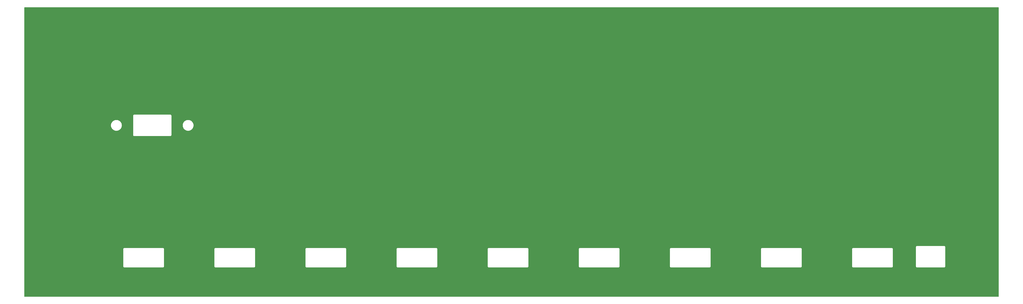
<source format=gbr>
%TF.GenerationSoftware,KiCad,Pcbnew,(6.0.5)*%
%TF.CreationDate,2022-12-19T16:21:13-07:00*%
%TF.ProjectId,Back_panel,4261636b-5f70-4616-9e65-6c2e6b696361,rev?*%
%TF.SameCoordinates,Original*%
%TF.FileFunction,Copper,L1,Top*%
%TF.FilePolarity,Positive*%
%FSLAX46Y46*%
G04 Gerber Fmt 4.6, Leading zero omitted, Abs format (unit mm)*
G04 Created by KiCad (PCBNEW (6.0.5)) date 2022-12-19 16:21:13*
%MOMM*%
%LPD*%
G01*
G04 APERTURE LIST*
G04 APERTURE END LIST*
%TA.AperFunction,NonConductor*%
G36*
X407933621Y121771498D02*
G01*
X407980114Y121717842D01*
X407991500Y121665500D01*
X407991500Y634500D01*
X407971498Y566379D01*
X407917842Y519886D01*
X407865500Y508500D01*
X634500Y508500D01*
X566379Y528502D01*
X519886Y582158D01*
X508500Y634500D01*
X508500Y13230279D01*
X41881024Y13230279D01*
X41883491Y13221648D01*
X41889150Y13201847D01*
X41892728Y13185085D01*
X41896920Y13155813D01*
X41900634Y13147645D01*
X41900634Y13147644D01*
X41907548Y13132438D01*
X41913996Y13114914D01*
X41921051Y13090229D01*
X41925843Y13082635D01*
X41925844Y13082632D01*
X41936830Y13065220D01*
X41944969Y13050137D01*
X41957208Y13023218D01*
X41963069Y13016416D01*
X41973970Y13003765D01*
X41985073Y12988761D01*
X41998776Y12967042D01*
X42005501Y12961103D01*
X42005504Y12961099D01*
X42020938Y12947468D01*
X42032982Y12935276D01*
X42046427Y12919673D01*
X42046430Y12919671D01*
X42052287Y12912873D01*
X42059816Y12907993D01*
X42059817Y12907992D01*
X42073835Y12898906D01*
X42088709Y12887615D01*
X42101217Y12876569D01*
X42107951Y12870622D01*
X42134711Y12858058D01*
X42149691Y12849737D01*
X42166983Y12838529D01*
X42166988Y12838527D01*
X42174515Y12833648D01*
X42183108Y12831078D01*
X42183113Y12831076D01*
X42199120Y12826289D01*
X42216564Y12819628D01*
X42231676Y12812533D01*
X42231678Y12812532D01*
X42239800Y12808719D01*
X42248667Y12807338D01*
X42248668Y12807338D01*
X42251353Y12806920D01*
X42269017Y12804170D01*
X42285732Y12800387D01*
X42305466Y12794485D01*
X42305472Y12794484D01*
X42314066Y12791914D01*
X42323037Y12791859D01*
X42323038Y12791859D01*
X42333097Y12791798D01*
X42348506Y12791704D01*
X42349289Y12791671D01*
X42350386Y12791500D01*
X42381377Y12791500D01*
X42382147Y12791498D01*
X42455785Y12791048D01*
X42455786Y12791048D01*
X42459721Y12791024D01*
X42461065Y12791408D01*
X42462410Y12791500D01*
X58381377Y12791500D01*
X58382148Y12791498D01*
X58459721Y12791024D01*
X58488152Y12799150D01*
X58504915Y12802728D01*
X58505753Y12802848D01*
X58534187Y12806920D01*
X58557564Y12817549D01*
X58575087Y12823996D01*
X58599771Y12831051D01*
X58607365Y12835843D01*
X58607368Y12835844D01*
X58624780Y12846830D01*
X58639865Y12854970D01*
X58666782Y12867208D01*
X58686235Y12883970D01*
X58701239Y12895073D01*
X58722958Y12908776D01*
X58728897Y12915501D01*
X58728901Y12915504D01*
X58742532Y12930938D01*
X58754724Y12942982D01*
X58770327Y12956427D01*
X58770329Y12956430D01*
X58777127Y12962287D01*
X58791094Y12983835D01*
X58802385Y12998709D01*
X58813431Y13011217D01*
X58813432Y13011218D01*
X58819378Y13017951D01*
X58831943Y13044713D01*
X58840263Y13059691D01*
X58851471Y13076983D01*
X58851473Y13076988D01*
X58856352Y13084515D01*
X58858922Y13093108D01*
X58858924Y13093113D01*
X58863711Y13109120D01*
X58870372Y13126564D01*
X58877467Y13141676D01*
X58877468Y13141678D01*
X58881281Y13149800D01*
X58885830Y13179017D01*
X58889613Y13195732D01*
X58895515Y13215466D01*
X58895516Y13215472D01*
X58898086Y13224066D01*
X58898124Y13230279D01*
X79981024Y13230279D01*
X79983491Y13221648D01*
X79989150Y13201847D01*
X79992728Y13185085D01*
X79996920Y13155813D01*
X80000634Y13147645D01*
X80000634Y13147644D01*
X80007548Y13132438D01*
X80013996Y13114914D01*
X80021051Y13090229D01*
X80025843Y13082635D01*
X80025844Y13082632D01*
X80036830Y13065220D01*
X80044969Y13050137D01*
X80057208Y13023218D01*
X80063069Y13016416D01*
X80073970Y13003765D01*
X80085073Y12988761D01*
X80098776Y12967042D01*
X80105501Y12961103D01*
X80105504Y12961099D01*
X80120938Y12947468D01*
X80132982Y12935276D01*
X80146427Y12919673D01*
X80146430Y12919671D01*
X80152287Y12912873D01*
X80159816Y12907993D01*
X80159817Y12907992D01*
X80173835Y12898906D01*
X80188709Y12887615D01*
X80201217Y12876569D01*
X80207951Y12870622D01*
X80234711Y12858058D01*
X80249691Y12849737D01*
X80266983Y12838529D01*
X80266988Y12838527D01*
X80274515Y12833648D01*
X80283108Y12831078D01*
X80283113Y12831076D01*
X80299120Y12826289D01*
X80316564Y12819628D01*
X80331676Y12812533D01*
X80331678Y12812532D01*
X80339800Y12808719D01*
X80348667Y12807338D01*
X80348668Y12807338D01*
X80351353Y12806920D01*
X80369017Y12804170D01*
X80385732Y12800387D01*
X80405466Y12794485D01*
X80405472Y12794484D01*
X80414066Y12791914D01*
X80423037Y12791859D01*
X80423038Y12791859D01*
X80433097Y12791798D01*
X80448506Y12791704D01*
X80449289Y12791671D01*
X80450386Y12791500D01*
X80481377Y12791500D01*
X80482147Y12791498D01*
X80555785Y12791048D01*
X80555786Y12791048D01*
X80559721Y12791024D01*
X80561065Y12791408D01*
X80562410Y12791500D01*
X96481377Y12791500D01*
X96482148Y12791498D01*
X96559721Y12791024D01*
X96588152Y12799150D01*
X96604915Y12802728D01*
X96605753Y12802848D01*
X96634187Y12806920D01*
X96657564Y12817549D01*
X96675087Y12823996D01*
X96699771Y12831051D01*
X96707365Y12835843D01*
X96707368Y12835844D01*
X96724780Y12846830D01*
X96739865Y12854970D01*
X96766782Y12867208D01*
X96786235Y12883970D01*
X96801239Y12895073D01*
X96822958Y12908776D01*
X96828897Y12915501D01*
X96828901Y12915504D01*
X96842532Y12930938D01*
X96854724Y12942982D01*
X96870327Y12956427D01*
X96870329Y12956430D01*
X96877127Y12962287D01*
X96891094Y12983835D01*
X96902385Y12998709D01*
X96913431Y13011217D01*
X96913432Y13011218D01*
X96919378Y13017951D01*
X96931943Y13044713D01*
X96940263Y13059691D01*
X96951471Y13076983D01*
X96951473Y13076988D01*
X96956352Y13084515D01*
X96958922Y13093108D01*
X96958924Y13093113D01*
X96963711Y13109120D01*
X96970372Y13126564D01*
X96977467Y13141676D01*
X96977468Y13141678D01*
X96981281Y13149800D01*
X96985830Y13179017D01*
X96989613Y13195732D01*
X96995515Y13215466D01*
X96995516Y13215472D01*
X96998086Y13224066D01*
X96998124Y13230279D01*
X118081024Y13230279D01*
X118083491Y13221648D01*
X118089150Y13201847D01*
X118092728Y13185085D01*
X118096920Y13155813D01*
X118100634Y13147645D01*
X118100634Y13147644D01*
X118107548Y13132438D01*
X118113996Y13114914D01*
X118121051Y13090229D01*
X118125843Y13082635D01*
X118125844Y13082632D01*
X118136830Y13065220D01*
X118144969Y13050137D01*
X118157208Y13023218D01*
X118163069Y13016416D01*
X118173970Y13003765D01*
X118185073Y12988761D01*
X118198776Y12967042D01*
X118205501Y12961103D01*
X118205504Y12961099D01*
X118220938Y12947468D01*
X118232982Y12935276D01*
X118246427Y12919673D01*
X118246430Y12919671D01*
X118252287Y12912873D01*
X118259816Y12907993D01*
X118259817Y12907992D01*
X118273835Y12898906D01*
X118288709Y12887615D01*
X118301217Y12876569D01*
X118307951Y12870622D01*
X118334711Y12858058D01*
X118349691Y12849737D01*
X118366983Y12838529D01*
X118366988Y12838527D01*
X118374515Y12833648D01*
X118383108Y12831078D01*
X118383113Y12831076D01*
X118399120Y12826289D01*
X118416564Y12819628D01*
X118431676Y12812533D01*
X118431678Y12812532D01*
X118439800Y12808719D01*
X118448667Y12807338D01*
X118448668Y12807338D01*
X118451353Y12806920D01*
X118469017Y12804170D01*
X118485732Y12800387D01*
X118505466Y12794485D01*
X118505472Y12794484D01*
X118514066Y12791914D01*
X118523037Y12791859D01*
X118523038Y12791859D01*
X118533097Y12791798D01*
X118548506Y12791704D01*
X118549289Y12791671D01*
X118550386Y12791500D01*
X118581377Y12791500D01*
X118582147Y12791498D01*
X118655785Y12791048D01*
X118655786Y12791048D01*
X118659721Y12791024D01*
X118661065Y12791408D01*
X118662410Y12791500D01*
X134581377Y12791500D01*
X134582148Y12791498D01*
X134659721Y12791024D01*
X134688152Y12799150D01*
X134704915Y12802728D01*
X134705753Y12802848D01*
X134734187Y12806920D01*
X134757564Y12817549D01*
X134775087Y12823996D01*
X134799771Y12831051D01*
X134807365Y12835843D01*
X134807368Y12835844D01*
X134824780Y12846830D01*
X134839865Y12854970D01*
X134866782Y12867208D01*
X134886235Y12883970D01*
X134901239Y12895073D01*
X134922958Y12908776D01*
X134928897Y12915501D01*
X134928901Y12915504D01*
X134942532Y12930938D01*
X134954724Y12942982D01*
X134970327Y12956427D01*
X134970329Y12956430D01*
X134977127Y12962287D01*
X134991094Y12983835D01*
X135002385Y12998709D01*
X135013431Y13011217D01*
X135013432Y13011218D01*
X135019378Y13017951D01*
X135031943Y13044713D01*
X135040263Y13059691D01*
X135051471Y13076983D01*
X135051473Y13076988D01*
X135056352Y13084515D01*
X135058922Y13093108D01*
X135058924Y13093113D01*
X135063711Y13109120D01*
X135070372Y13126564D01*
X135077467Y13141676D01*
X135077468Y13141678D01*
X135081281Y13149800D01*
X135085830Y13179017D01*
X135089613Y13195732D01*
X135095515Y13215466D01*
X135095516Y13215472D01*
X135098086Y13224066D01*
X135098124Y13230279D01*
X156181024Y13230279D01*
X156183491Y13221648D01*
X156189150Y13201847D01*
X156192728Y13185085D01*
X156196920Y13155813D01*
X156200634Y13147645D01*
X156200634Y13147644D01*
X156207548Y13132438D01*
X156213996Y13114914D01*
X156221051Y13090229D01*
X156225843Y13082635D01*
X156225844Y13082632D01*
X156236830Y13065220D01*
X156244969Y13050137D01*
X156257208Y13023218D01*
X156263069Y13016416D01*
X156273970Y13003765D01*
X156285073Y12988761D01*
X156298776Y12967042D01*
X156305501Y12961103D01*
X156305504Y12961099D01*
X156320938Y12947468D01*
X156332982Y12935276D01*
X156346427Y12919673D01*
X156346430Y12919671D01*
X156352287Y12912873D01*
X156359816Y12907993D01*
X156359817Y12907992D01*
X156373835Y12898906D01*
X156388709Y12887615D01*
X156401217Y12876569D01*
X156407951Y12870622D01*
X156434711Y12858058D01*
X156449691Y12849737D01*
X156466983Y12838529D01*
X156466988Y12838527D01*
X156474515Y12833648D01*
X156483108Y12831078D01*
X156483113Y12831076D01*
X156499120Y12826289D01*
X156516564Y12819628D01*
X156531676Y12812533D01*
X156531678Y12812532D01*
X156539800Y12808719D01*
X156548667Y12807338D01*
X156548668Y12807338D01*
X156551353Y12806920D01*
X156569017Y12804170D01*
X156585732Y12800387D01*
X156605466Y12794485D01*
X156605472Y12794484D01*
X156614066Y12791914D01*
X156623037Y12791859D01*
X156623038Y12791859D01*
X156633097Y12791798D01*
X156648506Y12791704D01*
X156649289Y12791671D01*
X156650386Y12791500D01*
X156681377Y12791500D01*
X156682147Y12791498D01*
X156755785Y12791048D01*
X156755786Y12791048D01*
X156759721Y12791024D01*
X156761065Y12791408D01*
X156762410Y12791500D01*
X172681377Y12791500D01*
X172682148Y12791498D01*
X172759721Y12791024D01*
X172788152Y12799150D01*
X172804915Y12802728D01*
X172805753Y12802848D01*
X172834187Y12806920D01*
X172857564Y12817549D01*
X172875087Y12823996D01*
X172899771Y12831051D01*
X172907365Y12835843D01*
X172907368Y12835844D01*
X172924780Y12846830D01*
X172939865Y12854970D01*
X172966782Y12867208D01*
X172986235Y12883970D01*
X173001239Y12895073D01*
X173022958Y12908776D01*
X173028897Y12915501D01*
X173028901Y12915504D01*
X173042532Y12930938D01*
X173054724Y12942982D01*
X173070327Y12956427D01*
X173070329Y12956430D01*
X173077127Y12962287D01*
X173091094Y12983835D01*
X173102385Y12998709D01*
X173113431Y13011217D01*
X173113432Y13011218D01*
X173119378Y13017951D01*
X173131943Y13044713D01*
X173140263Y13059691D01*
X173151471Y13076983D01*
X173151473Y13076988D01*
X173156352Y13084515D01*
X173158922Y13093108D01*
X173158924Y13093113D01*
X173163711Y13109120D01*
X173170372Y13126564D01*
X173177467Y13141676D01*
X173177468Y13141678D01*
X173181281Y13149800D01*
X173185830Y13179017D01*
X173189613Y13195732D01*
X173195515Y13215466D01*
X173195516Y13215472D01*
X173198086Y13224066D01*
X173198124Y13230279D01*
X194281024Y13230279D01*
X194283491Y13221648D01*
X194289150Y13201847D01*
X194292728Y13185085D01*
X194296920Y13155813D01*
X194300634Y13147645D01*
X194300634Y13147644D01*
X194307548Y13132438D01*
X194313996Y13114914D01*
X194321051Y13090229D01*
X194325843Y13082635D01*
X194325844Y13082632D01*
X194336830Y13065220D01*
X194344969Y13050137D01*
X194357208Y13023218D01*
X194363069Y13016416D01*
X194373970Y13003765D01*
X194385073Y12988761D01*
X194398776Y12967042D01*
X194405501Y12961103D01*
X194405504Y12961099D01*
X194420938Y12947468D01*
X194432982Y12935276D01*
X194446427Y12919673D01*
X194446430Y12919671D01*
X194452287Y12912873D01*
X194459816Y12907993D01*
X194459817Y12907992D01*
X194473835Y12898906D01*
X194488709Y12887615D01*
X194501217Y12876569D01*
X194507951Y12870622D01*
X194534711Y12858058D01*
X194549691Y12849737D01*
X194566983Y12838529D01*
X194566988Y12838527D01*
X194574515Y12833648D01*
X194583108Y12831078D01*
X194583113Y12831076D01*
X194599120Y12826289D01*
X194616564Y12819628D01*
X194631676Y12812533D01*
X194631678Y12812532D01*
X194639800Y12808719D01*
X194648667Y12807338D01*
X194648668Y12807338D01*
X194651353Y12806920D01*
X194669017Y12804170D01*
X194685732Y12800387D01*
X194705466Y12794485D01*
X194705472Y12794484D01*
X194714066Y12791914D01*
X194723037Y12791859D01*
X194723038Y12791859D01*
X194733097Y12791798D01*
X194748506Y12791704D01*
X194749289Y12791671D01*
X194750386Y12791500D01*
X194781377Y12791500D01*
X194782147Y12791498D01*
X194855785Y12791048D01*
X194855786Y12791048D01*
X194859721Y12791024D01*
X194861065Y12791408D01*
X194862410Y12791500D01*
X210781377Y12791500D01*
X210782148Y12791498D01*
X210859721Y12791024D01*
X210888152Y12799150D01*
X210904915Y12802728D01*
X210905753Y12802848D01*
X210934187Y12806920D01*
X210957564Y12817549D01*
X210975087Y12823996D01*
X210999771Y12831051D01*
X211007365Y12835843D01*
X211007368Y12835844D01*
X211024780Y12846830D01*
X211039865Y12854970D01*
X211066782Y12867208D01*
X211086235Y12883970D01*
X211101239Y12895073D01*
X211122958Y12908776D01*
X211128897Y12915501D01*
X211128901Y12915504D01*
X211142532Y12930938D01*
X211154724Y12942982D01*
X211170327Y12956427D01*
X211170329Y12956430D01*
X211177127Y12962287D01*
X211191094Y12983835D01*
X211202385Y12998709D01*
X211213431Y13011217D01*
X211213432Y13011218D01*
X211219378Y13017951D01*
X211231943Y13044713D01*
X211240263Y13059691D01*
X211251471Y13076983D01*
X211251473Y13076988D01*
X211256352Y13084515D01*
X211258922Y13093108D01*
X211258924Y13093113D01*
X211263711Y13109120D01*
X211270372Y13126564D01*
X211277467Y13141676D01*
X211277468Y13141678D01*
X211281281Y13149800D01*
X211285830Y13179017D01*
X211289613Y13195732D01*
X211295515Y13215466D01*
X211295516Y13215472D01*
X211298086Y13224066D01*
X211298124Y13230279D01*
X232381024Y13230279D01*
X232383491Y13221648D01*
X232389150Y13201847D01*
X232392728Y13185085D01*
X232396920Y13155813D01*
X232400634Y13147645D01*
X232400634Y13147644D01*
X232407548Y13132438D01*
X232413996Y13114914D01*
X232421051Y13090229D01*
X232425843Y13082635D01*
X232425844Y13082632D01*
X232436830Y13065220D01*
X232444969Y13050137D01*
X232457208Y13023218D01*
X232463069Y13016416D01*
X232473970Y13003765D01*
X232485073Y12988761D01*
X232498776Y12967042D01*
X232505501Y12961103D01*
X232505504Y12961099D01*
X232520938Y12947468D01*
X232532982Y12935276D01*
X232546427Y12919673D01*
X232546430Y12919671D01*
X232552287Y12912873D01*
X232559816Y12907993D01*
X232559817Y12907992D01*
X232573835Y12898906D01*
X232588709Y12887615D01*
X232601217Y12876569D01*
X232607951Y12870622D01*
X232634711Y12858058D01*
X232649691Y12849737D01*
X232666983Y12838529D01*
X232666988Y12838527D01*
X232674515Y12833648D01*
X232683108Y12831078D01*
X232683113Y12831076D01*
X232699120Y12826289D01*
X232716564Y12819628D01*
X232731676Y12812533D01*
X232731678Y12812532D01*
X232739800Y12808719D01*
X232748667Y12807338D01*
X232748668Y12807338D01*
X232751353Y12806920D01*
X232769017Y12804170D01*
X232785732Y12800387D01*
X232805466Y12794485D01*
X232805472Y12794484D01*
X232814066Y12791914D01*
X232823037Y12791859D01*
X232823038Y12791859D01*
X232833097Y12791798D01*
X232848506Y12791704D01*
X232849289Y12791671D01*
X232850386Y12791500D01*
X232881377Y12791500D01*
X232882147Y12791498D01*
X232955785Y12791048D01*
X232955786Y12791048D01*
X232959721Y12791024D01*
X232961065Y12791408D01*
X232962410Y12791500D01*
X248881377Y12791500D01*
X248882148Y12791498D01*
X248959721Y12791024D01*
X248988152Y12799150D01*
X249004915Y12802728D01*
X249005753Y12802848D01*
X249034187Y12806920D01*
X249057564Y12817549D01*
X249075087Y12823996D01*
X249099771Y12831051D01*
X249107365Y12835843D01*
X249107368Y12835844D01*
X249124780Y12846830D01*
X249139865Y12854970D01*
X249166782Y12867208D01*
X249186235Y12883970D01*
X249201239Y12895073D01*
X249222958Y12908776D01*
X249228897Y12915501D01*
X249228901Y12915504D01*
X249242532Y12930938D01*
X249254724Y12942982D01*
X249270327Y12956427D01*
X249270329Y12956430D01*
X249277127Y12962287D01*
X249291094Y12983835D01*
X249302385Y12998709D01*
X249313431Y13011217D01*
X249313432Y13011218D01*
X249319378Y13017951D01*
X249331943Y13044713D01*
X249340263Y13059691D01*
X249351471Y13076983D01*
X249351473Y13076988D01*
X249356352Y13084515D01*
X249358922Y13093108D01*
X249358924Y13093113D01*
X249363711Y13109120D01*
X249370372Y13126564D01*
X249377467Y13141676D01*
X249377468Y13141678D01*
X249381281Y13149800D01*
X249385830Y13179017D01*
X249389613Y13195732D01*
X249395515Y13215466D01*
X249395516Y13215472D01*
X249398086Y13224066D01*
X249398124Y13230279D01*
X270481024Y13230279D01*
X270483491Y13221648D01*
X270489150Y13201847D01*
X270492728Y13185085D01*
X270496920Y13155813D01*
X270500634Y13147645D01*
X270500634Y13147644D01*
X270507548Y13132438D01*
X270513996Y13114914D01*
X270521051Y13090229D01*
X270525843Y13082635D01*
X270525844Y13082632D01*
X270536830Y13065220D01*
X270544969Y13050137D01*
X270557208Y13023218D01*
X270563069Y13016416D01*
X270573970Y13003765D01*
X270585073Y12988761D01*
X270598776Y12967042D01*
X270605501Y12961103D01*
X270605504Y12961099D01*
X270620938Y12947468D01*
X270632982Y12935276D01*
X270646427Y12919673D01*
X270646430Y12919671D01*
X270652287Y12912873D01*
X270659816Y12907993D01*
X270659817Y12907992D01*
X270673835Y12898906D01*
X270688709Y12887615D01*
X270701217Y12876569D01*
X270707951Y12870622D01*
X270734711Y12858058D01*
X270749691Y12849737D01*
X270766983Y12838529D01*
X270766988Y12838527D01*
X270774515Y12833648D01*
X270783108Y12831078D01*
X270783113Y12831076D01*
X270799120Y12826289D01*
X270816564Y12819628D01*
X270831676Y12812533D01*
X270831678Y12812532D01*
X270839800Y12808719D01*
X270848667Y12807338D01*
X270848668Y12807338D01*
X270851353Y12806920D01*
X270869017Y12804170D01*
X270885732Y12800387D01*
X270905466Y12794485D01*
X270905472Y12794484D01*
X270914066Y12791914D01*
X270923037Y12791859D01*
X270923038Y12791859D01*
X270933097Y12791798D01*
X270948506Y12791704D01*
X270949289Y12791671D01*
X270950386Y12791500D01*
X270981377Y12791500D01*
X270982147Y12791498D01*
X271055785Y12791048D01*
X271055786Y12791048D01*
X271059721Y12791024D01*
X271061065Y12791408D01*
X271062410Y12791500D01*
X286981377Y12791500D01*
X286982148Y12791498D01*
X287059721Y12791024D01*
X287088152Y12799150D01*
X287104915Y12802728D01*
X287105753Y12802848D01*
X287134187Y12806920D01*
X287157564Y12817549D01*
X287175087Y12823996D01*
X287199771Y12831051D01*
X287207365Y12835843D01*
X287207368Y12835844D01*
X287224780Y12846830D01*
X287239865Y12854970D01*
X287266782Y12867208D01*
X287286235Y12883970D01*
X287301239Y12895073D01*
X287322958Y12908776D01*
X287328897Y12915501D01*
X287328901Y12915504D01*
X287342532Y12930938D01*
X287354724Y12942982D01*
X287370327Y12956427D01*
X287370329Y12956430D01*
X287377127Y12962287D01*
X287391094Y12983835D01*
X287402385Y12998709D01*
X287413431Y13011217D01*
X287413432Y13011218D01*
X287419378Y13017951D01*
X287431943Y13044713D01*
X287440263Y13059691D01*
X287451471Y13076983D01*
X287451473Y13076988D01*
X287456352Y13084515D01*
X287458922Y13093108D01*
X287458924Y13093113D01*
X287463711Y13109120D01*
X287470372Y13126564D01*
X287477467Y13141676D01*
X287477468Y13141678D01*
X287481281Y13149800D01*
X287485830Y13179017D01*
X287489613Y13195732D01*
X287495515Y13215466D01*
X287495516Y13215472D01*
X287498086Y13224066D01*
X287498124Y13230279D01*
X308581024Y13230279D01*
X308583491Y13221648D01*
X308589150Y13201847D01*
X308592728Y13185085D01*
X308596920Y13155813D01*
X308600634Y13147645D01*
X308600634Y13147644D01*
X308607548Y13132438D01*
X308613996Y13114914D01*
X308621051Y13090229D01*
X308625843Y13082635D01*
X308625844Y13082632D01*
X308636830Y13065220D01*
X308644969Y13050137D01*
X308657208Y13023218D01*
X308663069Y13016416D01*
X308673970Y13003765D01*
X308685073Y12988761D01*
X308698776Y12967042D01*
X308705501Y12961103D01*
X308705504Y12961099D01*
X308720938Y12947468D01*
X308732982Y12935276D01*
X308746427Y12919673D01*
X308746430Y12919671D01*
X308752287Y12912873D01*
X308759816Y12907993D01*
X308759817Y12907992D01*
X308773835Y12898906D01*
X308788709Y12887615D01*
X308801217Y12876569D01*
X308807951Y12870622D01*
X308834711Y12858058D01*
X308849691Y12849737D01*
X308866983Y12838529D01*
X308866988Y12838527D01*
X308874515Y12833648D01*
X308883108Y12831078D01*
X308883113Y12831076D01*
X308899120Y12826289D01*
X308916564Y12819628D01*
X308931676Y12812533D01*
X308931678Y12812532D01*
X308939800Y12808719D01*
X308948667Y12807338D01*
X308948668Y12807338D01*
X308951353Y12806920D01*
X308969017Y12804170D01*
X308985732Y12800387D01*
X309005466Y12794485D01*
X309005472Y12794484D01*
X309014066Y12791914D01*
X309023037Y12791859D01*
X309023038Y12791859D01*
X309033097Y12791798D01*
X309048506Y12791704D01*
X309049289Y12791671D01*
X309050386Y12791500D01*
X309081377Y12791500D01*
X309082147Y12791498D01*
X309155785Y12791048D01*
X309155786Y12791048D01*
X309159721Y12791024D01*
X309161065Y12791408D01*
X309162410Y12791500D01*
X325081377Y12791500D01*
X325082148Y12791498D01*
X325159721Y12791024D01*
X325188152Y12799150D01*
X325204915Y12802728D01*
X325205753Y12802848D01*
X325234187Y12806920D01*
X325257564Y12817549D01*
X325275087Y12823996D01*
X325299771Y12831051D01*
X325307365Y12835843D01*
X325307368Y12835844D01*
X325324780Y12846830D01*
X325339865Y12854970D01*
X325366782Y12867208D01*
X325386235Y12883970D01*
X325401239Y12895073D01*
X325422958Y12908776D01*
X325428897Y12915501D01*
X325428901Y12915504D01*
X325442532Y12930938D01*
X325454724Y12942982D01*
X325470327Y12956427D01*
X325470329Y12956430D01*
X325477127Y12962287D01*
X325491094Y12983835D01*
X325502385Y12998709D01*
X325513431Y13011217D01*
X325513432Y13011218D01*
X325519378Y13017951D01*
X325531943Y13044713D01*
X325540263Y13059691D01*
X325551471Y13076983D01*
X325551473Y13076988D01*
X325556352Y13084515D01*
X325558922Y13093108D01*
X325558924Y13093113D01*
X325563711Y13109120D01*
X325570372Y13126564D01*
X325577467Y13141676D01*
X325577468Y13141678D01*
X325581281Y13149800D01*
X325585830Y13179017D01*
X325589613Y13195732D01*
X325595515Y13215466D01*
X325595516Y13215472D01*
X325598086Y13224066D01*
X325598124Y13230279D01*
X346681024Y13230279D01*
X346683491Y13221648D01*
X346689150Y13201847D01*
X346692728Y13185085D01*
X346696920Y13155813D01*
X346700634Y13147645D01*
X346700634Y13147644D01*
X346707548Y13132438D01*
X346713996Y13114914D01*
X346721051Y13090229D01*
X346725843Y13082635D01*
X346725844Y13082632D01*
X346736830Y13065220D01*
X346744969Y13050137D01*
X346757208Y13023218D01*
X346763069Y13016416D01*
X346773970Y13003765D01*
X346785073Y12988761D01*
X346798776Y12967042D01*
X346805501Y12961103D01*
X346805504Y12961099D01*
X346820938Y12947468D01*
X346832982Y12935276D01*
X346846427Y12919673D01*
X346846430Y12919671D01*
X346852287Y12912873D01*
X346859816Y12907993D01*
X346859817Y12907992D01*
X346873835Y12898906D01*
X346888709Y12887615D01*
X346901217Y12876569D01*
X346907951Y12870622D01*
X346934711Y12858058D01*
X346949691Y12849737D01*
X346966983Y12838529D01*
X346966988Y12838527D01*
X346974515Y12833648D01*
X346983108Y12831078D01*
X346983113Y12831076D01*
X346999120Y12826289D01*
X347016564Y12819628D01*
X347031676Y12812533D01*
X347031678Y12812532D01*
X347039800Y12808719D01*
X347048667Y12807338D01*
X347048668Y12807338D01*
X347051353Y12806920D01*
X347069017Y12804170D01*
X347085732Y12800387D01*
X347105466Y12794485D01*
X347105472Y12794484D01*
X347114066Y12791914D01*
X347123037Y12791859D01*
X347123038Y12791859D01*
X347133097Y12791798D01*
X347148506Y12791704D01*
X347149289Y12791671D01*
X347150386Y12791500D01*
X347181377Y12791500D01*
X347182147Y12791498D01*
X347255785Y12791048D01*
X347255786Y12791048D01*
X347259721Y12791024D01*
X347261065Y12791408D01*
X347262410Y12791500D01*
X363181377Y12791500D01*
X363182148Y12791498D01*
X363259721Y12791024D01*
X363288152Y12799150D01*
X363304915Y12802728D01*
X363305753Y12802848D01*
X363334187Y12806920D01*
X363357564Y12817549D01*
X363375087Y12823996D01*
X363399771Y12831051D01*
X363407365Y12835843D01*
X363407368Y12835844D01*
X363424780Y12846830D01*
X363439865Y12854970D01*
X363466782Y12867208D01*
X363486235Y12883970D01*
X363501239Y12895073D01*
X363522958Y12908776D01*
X363528897Y12915501D01*
X363528901Y12915504D01*
X363542532Y12930938D01*
X363554724Y12942982D01*
X363570327Y12956427D01*
X363570329Y12956430D01*
X363577127Y12962287D01*
X363591094Y12983835D01*
X363602385Y12998709D01*
X363613431Y13011217D01*
X363613432Y13011218D01*
X363619378Y13017951D01*
X363631943Y13044713D01*
X363640263Y13059691D01*
X363651471Y13076983D01*
X363651473Y13076988D01*
X363656352Y13084515D01*
X363658922Y13093108D01*
X363658924Y13093113D01*
X363663711Y13109120D01*
X363670372Y13126564D01*
X363677467Y13141676D01*
X363677468Y13141678D01*
X363681281Y13149800D01*
X363685830Y13179017D01*
X363689613Y13195732D01*
X363695515Y13215466D01*
X363695516Y13215472D01*
X363698086Y13224066D01*
X363698124Y13230279D01*
X373366024Y13230279D01*
X373368491Y13221648D01*
X373374150Y13201847D01*
X373377728Y13185085D01*
X373381920Y13155813D01*
X373385634Y13147645D01*
X373385634Y13147644D01*
X373392548Y13132438D01*
X373398996Y13114914D01*
X373406051Y13090229D01*
X373410843Y13082635D01*
X373410844Y13082632D01*
X373421830Y13065220D01*
X373429969Y13050137D01*
X373442208Y13023218D01*
X373448069Y13016416D01*
X373458970Y13003765D01*
X373470073Y12988761D01*
X373483776Y12967042D01*
X373490501Y12961103D01*
X373490504Y12961099D01*
X373505938Y12947468D01*
X373517982Y12935276D01*
X373531427Y12919673D01*
X373531430Y12919671D01*
X373537287Y12912873D01*
X373544816Y12907993D01*
X373544817Y12907992D01*
X373558835Y12898906D01*
X373573709Y12887615D01*
X373586217Y12876569D01*
X373592951Y12870622D01*
X373619711Y12858058D01*
X373634691Y12849737D01*
X373651983Y12838529D01*
X373651988Y12838527D01*
X373659515Y12833648D01*
X373668108Y12831078D01*
X373668113Y12831076D01*
X373684120Y12826289D01*
X373701564Y12819628D01*
X373716676Y12812533D01*
X373716678Y12812532D01*
X373724800Y12808719D01*
X373733667Y12807338D01*
X373733668Y12807338D01*
X373736353Y12806920D01*
X373754017Y12804170D01*
X373770732Y12800387D01*
X373790466Y12794485D01*
X373790472Y12794484D01*
X373799066Y12791914D01*
X373808037Y12791859D01*
X373808038Y12791859D01*
X373818097Y12791798D01*
X373833506Y12791704D01*
X373834289Y12791671D01*
X373835386Y12791500D01*
X373866377Y12791500D01*
X373867147Y12791498D01*
X373940785Y12791048D01*
X373940786Y12791048D01*
X373944721Y12791024D01*
X373946065Y12791408D01*
X373947410Y12791500D01*
X385116377Y12791500D01*
X385117148Y12791498D01*
X385194721Y12791024D01*
X385223152Y12799150D01*
X385239915Y12802728D01*
X385240753Y12802848D01*
X385269187Y12806920D01*
X385292564Y12817549D01*
X385310087Y12823996D01*
X385334771Y12831051D01*
X385342365Y12835843D01*
X385342368Y12835844D01*
X385359780Y12846830D01*
X385374865Y12854970D01*
X385401782Y12867208D01*
X385421235Y12883970D01*
X385436239Y12895073D01*
X385457958Y12908776D01*
X385463897Y12915501D01*
X385463901Y12915504D01*
X385477532Y12930938D01*
X385489724Y12942982D01*
X385505327Y12956427D01*
X385505329Y12956430D01*
X385512127Y12962287D01*
X385526094Y12983835D01*
X385537385Y12998709D01*
X385548431Y13011217D01*
X385548432Y13011218D01*
X385554378Y13017951D01*
X385566943Y13044713D01*
X385575263Y13059691D01*
X385586471Y13076983D01*
X385586473Y13076988D01*
X385591352Y13084515D01*
X385593922Y13093108D01*
X385593924Y13093113D01*
X385598711Y13109120D01*
X385605372Y13126564D01*
X385612467Y13141676D01*
X385612468Y13141678D01*
X385616281Y13149800D01*
X385620830Y13179017D01*
X385624613Y13195732D01*
X385630515Y13215466D01*
X385630516Y13215472D01*
X385633086Y13224066D01*
X385633296Y13258506D01*
X385633329Y13259289D01*
X385633500Y13260386D01*
X385633500Y13291377D01*
X385633502Y13292147D01*
X385633952Y13365785D01*
X385633952Y13365786D01*
X385633976Y13369721D01*
X385633592Y13371065D01*
X385633500Y13372410D01*
X385633500Y21291377D01*
X385633502Y21292147D01*
X385633800Y21340898D01*
X385633976Y21369721D01*
X385625850Y21398153D01*
X385622272Y21414915D01*
X385619352Y21435302D01*
X385618080Y21444187D01*
X385607451Y21467564D01*
X385601004Y21485087D01*
X385596416Y21501138D01*
X385593949Y21509771D01*
X385589156Y21517368D01*
X385578170Y21534780D01*
X385570030Y21549865D01*
X385567564Y21555289D01*
X385557792Y21576782D01*
X385541030Y21596235D01*
X385529927Y21611239D01*
X385516224Y21632958D01*
X385509499Y21638897D01*
X385509496Y21638901D01*
X385494062Y21652532D01*
X385482018Y21664724D01*
X385468573Y21680327D01*
X385468570Y21680329D01*
X385462713Y21687127D01*
X385449009Y21696010D01*
X385441165Y21701094D01*
X385426291Y21712385D01*
X385413783Y21723431D01*
X385413782Y21723432D01*
X385407049Y21729378D01*
X385380287Y21741943D01*
X385365309Y21750263D01*
X385348017Y21761471D01*
X385348012Y21761473D01*
X385340485Y21766352D01*
X385331892Y21768922D01*
X385331887Y21768924D01*
X385315880Y21773711D01*
X385298436Y21780372D01*
X385283324Y21787467D01*
X385283322Y21787468D01*
X385275200Y21791281D01*
X385266333Y21792662D01*
X385266332Y21792662D01*
X385255478Y21794352D01*
X385245983Y21795830D01*
X385229268Y21799613D01*
X385209534Y21805515D01*
X385209528Y21805516D01*
X385200934Y21808086D01*
X385191963Y21808141D01*
X385191962Y21808141D01*
X385181903Y21808202D01*
X385166494Y21808296D01*
X385165711Y21808329D01*
X385164614Y21808500D01*
X385133623Y21808500D01*
X385132853Y21808502D01*
X385059215Y21808952D01*
X385059214Y21808952D01*
X385055279Y21808976D01*
X385053935Y21808592D01*
X385052590Y21808500D01*
X373883623Y21808500D01*
X373882853Y21808502D01*
X373882037Y21808507D01*
X373805279Y21808976D01*
X373782918Y21802585D01*
X373776847Y21800850D01*
X373760085Y21797272D01*
X373730813Y21793080D01*
X373722645Y21789366D01*
X373722644Y21789366D01*
X373707438Y21782452D01*
X373689914Y21776004D01*
X373665229Y21768949D01*
X373657635Y21764157D01*
X373657632Y21764156D01*
X373640220Y21753170D01*
X373625137Y21745031D01*
X373598218Y21732792D01*
X373591416Y21726931D01*
X373578765Y21716030D01*
X373563761Y21704927D01*
X373542042Y21691224D01*
X373536103Y21684499D01*
X373536099Y21684496D01*
X373522468Y21669062D01*
X373510276Y21657018D01*
X373494673Y21643573D01*
X373494671Y21643570D01*
X373487873Y21637713D01*
X373482993Y21630184D01*
X373482992Y21630183D01*
X373473906Y21616165D01*
X373462615Y21601291D01*
X373451569Y21588783D01*
X373445622Y21582049D01*
X373439312Y21568609D01*
X373433058Y21555289D01*
X373424737Y21540309D01*
X373413529Y21523017D01*
X373413527Y21523012D01*
X373408648Y21515485D01*
X373406078Y21506892D01*
X373406076Y21506887D01*
X373401289Y21490880D01*
X373394628Y21473436D01*
X373387533Y21458324D01*
X373383719Y21450200D01*
X373382338Y21441333D01*
X373382338Y21441332D01*
X373379170Y21420985D01*
X373375387Y21404268D01*
X373369485Y21384534D01*
X373369484Y21384528D01*
X373366914Y21375934D01*
X373366859Y21366963D01*
X373366859Y21366962D01*
X373366704Y21341503D01*
X373366671Y21340711D01*
X373366500Y21339614D01*
X373366500Y21308623D01*
X373366498Y21307853D01*
X373366024Y21230279D01*
X373366408Y21228935D01*
X373366500Y21227590D01*
X373366500Y13308623D01*
X373366498Y13307853D01*
X373366024Y13230279D01*
X363698124Y13230279D01*
X363698296Y13258506D01*
X363698329Y13259289D01*
X363698500Y13260386D01*
X363698500Y13291377D01*
X363698502Y13292147D01*
X363698952Y13365785D01*
X363698952Y13365786D01*
X363698976Y13369721D01*
X363698592Y13371065D01*
X363698500Y13372410D01*
X363698500Y20441377D01*
X363698502Y20442147D01*
X363698800Y20490898D01*
X363698976Y20519721D01*
X363690850Y20548153D01*
X363687272Y20564915D01*
X363684352Y20585302D01*
X363683080Y20594187D01*
X363672451Y20617564D01*
X363666004Y20635087D01*
X363661416Y20651138D01*
X363658949Y20659771D01*
X363654156Y20667368D01*
X363643170Y20684780D01*
X363635030Y20699865D01*
X363632564Y20705289D01*
X363622792Y20726782D01*
X363606030Y20746235D01*
X363594927Y20761239D01*
X363581224Y20782958D01*
X363574499Y20788897D01*
X363574496Y20788901D01*
X363559062Y20802532D01*
X363547018Y20814724D01*
X363533573Y20830327D01*
X363533570Y20830329D01*
X363527713Y20837127D01*
X363514009Y20846010D01*
X363506165Y20851094D01*
X363491291Y20862385D01*
X363478783Y20873431D01*
X363478782Y20873432D01*
X363472049Y20879378D01*
X363445287Y20891943D01*
X363430309Y20900263D01*
X363413017Y20911471D01*
X363413012Y20911473D01*
X363405485Y20916352D01*
X363396892Y20918922D01*
X363396887Y20918924D01*
X363380880Y20923711D01*
X363363436Y20930372D01*
X363348324Y20937467D01*
X363348322Y20937468D01*
X363340200Y20941281D01*
X363331333Y20942662D01*
X363331332Y20942662D01*
X363320478Y20944352D01*
X363310983Y20945830D01*
X363294268Y20949613D01*
X363274534Y20955515D01*
X363274528Y20955516D01*
X363265934Y20958086D01*
X363256963Y20958141D01*
X363256962Y20958141D01*
X363246903Y20958202D01*
X363231494Y20958296D01*
X363230711Y20958329D01*
X363229614Y20958500D01*
X363198623Y20958500D01*
X363197853Y20958502D01*
X363124215Y20958952D01*
X363124214Y20958952D01*
X363120279Y20958976D01*
X363118935Y20958592D01*
X363117590Y20958500D01*
X347198623Y20958500D01*
X347197853Y20958502D01*
X347197037Y20958507D01*
X347120279Y20958976D01*
X347097918Y20952585D01*
X347091847Y20950850D01*
X347075085Y20947272D01*
X347045813Y20943080D01*
X347037645Y20939366D01*
X347037644Y20939366D01*
X347022438Y20932452D01*
X347004914Y20926004D01*
X346980229Y20918949D01*
X346972635Y20914157D01*
X346972632Y20914156D01*
X346955220Y20903170D01*
X346940137Y20895031D01*
X346913218Y20882792D01*
X346906416Y20876931D01*
X346893765Y20866030D01*
X346878761Y20854927D01*
X346857042Y20841224D01*
X346851103Y20834499D01*
X346851099Y20834496D01*
X346837468Y20819062D01*
X346825276Y20807018D01*
X346809673Y20793573D01*
X346809671Y20793570D01*
X346802873Y20787713D01*
X346797993Y20780184D01*
X346797992Y20780183D01*
X346788906Y20766165D01*
X346777615Y20751291D01*
X346766569Y20738783D01*
X346760622Y20732049D01*
X346754312Y20718609D01*
X346748058Y20705289D01*
X346739737Y20690309D01*
X346728529Y20673017D01*
X346728527Y20673012D01*
X346723648Y20665485D01*
X346721078Y20656892D01*
X346721076Y20656887D01*
X346716289Y20640880D01*
X346709628Y20623436D01*
X346702533Y20608324D01*
X346698719Y20600200D01*
X346697338Y20591333D01*
X346697338Y20591332D01*
X346694170Y20570985D01*
X346690387Y20554268D01*
X346684485Y20534534D01*
X346684484Y20534528D01*
X346681914Y20525934D01*
X346681859Y20516963D01*
X346681859Y20516962D01*
X346681704Y20491503D01*
X346681671Y20490711D01*
X346681500Y20489614D01*
X346681500Y20458623D01*
X346681498Y20457853D01*
X346681024Y20380279D01*
X346681408Y20378935D01*
X346681500Y20377590D01*
X346681500Y13308623D01*
X346681498Y13307853D01*
X346681024Y13230279D01*
X325598124Y13230279D01*
X325598296Y13258506D01*
X325598329Y13259289D01*
X325598500Y13260386D01*
X325598500Y13291377D01*
X325598502Y13292147D01*
X325598952Y13365785D01*
X325598952Y13365786D01*
X325598976Y13369721D01*
X325598592Y13371065D01*
X325598500Y13372410D01*
X325598500Y20441377D01*
X325598502Y20442147D01*
X325598800Y20490898D01*
X325598976Y20519721D01*
X325590850Y20548153D01*
X325587272Y20564915D01*
X325584352Y20585302D01*
X325583080Y20594187D01*
X325572451Y20617564D01*
X325566004Y20635087D01*
X325561416Y20651138D01*
X325558949Y20659771D01*
X325554156Y20667368D01*
X325543170Y20684780D01*
X325535030Y20699865D01*
X325532564Y20705289D01*
X325522792Y20726782D01*
X325506030Y20746235D01*
X325494927Y20761239D01*
X325481224Y20782958D01*
X325474499Y20788897D01*
X325474496Y20788901D01*
X325459062Y20802532D01*
X325447018Y20814724D01*
X325433573Y20830327D01*
X325433570Y20830329D01*
X325427713Y20837127D01*
X325414009Y20846010D01*
X325406165Y20851094D01*
X325391291Y20862385D01*
X325378783Y20873431D01*
X325378782Y20873432D01*
X325372049Y20879378D01*
X325345287Y20891943D01*
X325330309Y20900263D01*
X325313017Y20911471D01*
X325313012Y20911473D01*
X325305485Y20916352D01*
X325296892Y20918922D01*
X325296887Y20918924D01*
X325280880Y20923711D01*
X325263436Y20930372D01*
X325248324Y20937467D01*
X325248322Y20937468D01*
X325240200Y20941281D01*
X325231333Y20942662D01*
X325231332Y20942662D01*
X325220478Y20944352D01*
X325210983Y20945830D01*
X325194268Y20949613D01*
X325174534Y20955515D01*
X325174528Y20955516D01*
X325165934Y20958086D01*
X325156963Y20958141D01*
X325156962Y20958141D01*
X325146903Y20958202D01*
X325131494Y20958296D01*
X325130711Y20958329D01*
X325129614Y20958500D01*
X325098623Y20958500D01*
X325097853Y20958502D01*
X325024215Y20958952D01*
X325024214Y20958952D01*
X325020279Y20958976D01*
X325018935Y20958592D01*
X325017590Y20958500D01*
X309098623Y20958500D01*
X309097853Y20958502D01*
X309097037Y20958507D01*
X309020279Y20958976D01*
X308997918Y20952585D01*
X308991847Y20950850D01*
X308975085Y20947272D01*
X308945813Y20943080D01*
X308937645Y20939366D01*
X308937644Y20939366D01*
X308922438Y20932452D01*
X308904914Y20926004D01*
X308880229Y20918949D01*
X308872635Y20914157D01*
X308872632Y20914156D01*
X308855220Y20903170D01*
X308840137Y20895031D01*
X308813218Y20882792D01*
X308806416Y20876931D01*
X308793765Y20866030D01*
X308778761Y20854927D01*
X308757042Y20841224D01*
X308751103Y20834499D01*
X308751099Y20834496D01*
X308737468Y20819062D01*
X308725276Y20807018D01*
X308709673Y20793573D01*
X308709671Y20793570D01*
X308702873Y20787713D01*
X308697993Y20780184D01*
X308697992Y20780183D01*
X308688906Y20766165D01*
X308677615Y20751291D01*
X308666569Y20738783D01*
X308660622Y20732049D01*
X308654312Y20718609D01*
X308648058Y20705289D01*
X308639737Y20690309D01*
X308628529Y20673017D01*
X308628527Y20673012D01*
X308623648Y20665485D01*
X308621078Y20656892D01*
X308621076Y20656887D01*
X308616289Y20640880D01*
X308609628Y20623436D01*
X308602533Y20608324D01*
X308598719Y20600200D01*
X308597338Y20591333D01*
X308597338Y20591332D01*
X308594170Y20570985D01*
X308590387Y20554268D01*
X308584485Y20534534D01*
X308584484Y20534528D01*
X308581914Y20525934D01*
X308581859Y20516963D01*
X308581859Y20516962D01*
X308581704Y20491503D01*
X308581671Y20490711D01*
X308581500Y20489614D01*
X308581500Y20458623D01*
X308581498Y20457853D01*
X308581024Y20380279D01*
X308581408Y20378935D01*
X308581500Y20377590D01*
X308581500Y13308623D01*
X308581498Y13307853D01*
X308581024Y13230279D01*
X287498124Y13230279D01*
X287498296Y13258506D01*
X287498329Y13259289D01*
X287498500Y13260386D01*
X287498500Y13291377D01*
X287498502Y13292147D01*
X287498952Y13365785D01*
X287498952Y13365786D01*
X287498976Y13369721D01*
X287498592Y13371065D01*
X287498500Y13372410D01*
X287498500Y20441377D01*
X287498502Y20442147D01*
X287498800Y20490898D01*
X287498976Y20519721D01*
X287490850Y20548153D01*
X287487272Y20564915D01*
X287484352Y20585302D01*
X287483080Y20594187D01*
X287472451Y20617564D01*
X287466004Y20635087D01*
X287461416Y20651138D01*
X287458949Y20659771D01*
X287454156Y20667368D01*
X287443170Y20684780D01*
X287435030Y20699865D01*
X287432564Y20705289D01*
X287422792Y20726782D01*
X287406030Y20746235D01*
X287394927Y20761239D01*
X287381224Y20782958D01*
X287374499Y20788897D01*
X287374496Y20788901D01*
X287359062Y20802532D01*
X287347018Y20814724D01*
X287333573Y20830327D01*
X287333570Y20830329D01*
X287327713Y20837127D01*
X287314009Y20846010D01*
X287306165Y20851094D01*
X287291291Y20862385D01*
X287278783Y20873431D01*
X287278782Y20873432D01*
X287272049Y20879378D01*
X287245287Y20891943D01*
X287230309Y20900263D01*
X287213017Y20911471D01*
X287213012Y20911473D01*
X287205485Y20916352D01*
X287196892Y20918922D01*
X287196887Y20918924D01*
X287180880Y20923711D01*
X287163436Y20930372D01*
X287148324Y20937467D01*
X287148322Y20937468D01*
X287140200Y20941281D01*
X287131333Y20942662D01*
X287131332Y20942662D01*
X287120478Y20944352D01*
X287110983Y20945830D01*
X287094268Y20949613D01*
X287074534Y20955515D01*
X287074528Y20955516D01*
X287065934Y20958086D01*
X287056963Y20958141D01*
X287056962Y20958141D01*
X287046903Y20958202D01*
X287031494Y20958296D01*
X287030711Y20958329D01*
X287029614Y20958500D01*
X286998623Y20958500D01*
X286997853Y20958502D01*
X286924215Y20958952D01*
X286924214Y20958952D01*
X286920279Y20958976D01*
X286918935Y20958592D01*
X286917590Y20958500D01*
X270998623Y20958500D01*
X270997853Y20958502D01*
X270997037Y20958507D01*
X270920279Y20958976D01*
X270897918Y20952585D01*
X270891847Y20950850D01*
X270875085Y20947272D01*
X270845813Y20943080D01*
X270837645Y20939366D01*
X270837644Y20939366D01*
X270822438Y20932452D01*
X270804914Y20926004D01*
X270780229Y20918949D01*
X270772635Y20914157D01*
X270772632Y20914156D01*
X270755220Y20903170D01*
X270740137Y20895031D01*
X270713218Y20882792D01*
X270706416Y20876931D01*
X270693765Y20866030D01*
X270678761Y20854927D01*
X270657042Y20841224D01*
X270651103Y20834499D01*
X270651099Y20834496D01*
X270637468Y20819062D01*
X270625276Y20807018D01*
X270609673Y20793573D01*
X270609671Y20793570D01*
X270602873Y20787713D01*
X270597993Y20780184D01*
X270597992Y20780183D01*
X270588906Y20766165D01*
X270577615Y20751291D01*
X270566569Y20738783D01*
X270560622Y20732049D01*
X270554312Y20718609D01*
X270548058Y20705289D01*
X270539737Y20690309D01*
X270528529Y20673017D01*
X270528527Y20673012D01*
X270523648Y20665485D01*
X270521078Y20656892D01*
X270521076Y20656887D01*
X270516289Y20640880D01*
X270509628Y20623436D01*
X270502533Y20608324D01*
X270498719Y20600200D01*
X270497338Y20591333D01*
X270497338Y20591332D01*
X270494170Y20570985D01*
X270490387Y20554268D01*
X270484485Y20534534D01*
X270484484Y20534528D01*
X270481914Y20525934D01*
X270481859Y20516963D01*
X270481859Y20516962D01*
X270481704Y20491503D01*
X270481671Y20490711D01*
X270481500Y20489614D01*
X270481500Y20458623D01*
X270481498Y20457853D01*
X270481024Y20380279D01*
X270481408Y20378935D01*
X270481500Y20377590D01*
X270481500Y13308623D01*
X270481498Y13307853D01*
X270481024Y13230279D01*
X249398124Y13230279D01*
X249398296Y13258506D01*
X249398329Y13259289D01*
X249398500Y13260386D01*
X249398500Y13291377D01*
X249398502Y13292147D01*
X249398952Y13365785D01*
X249398952Y13365786D01*
X249398976Y13369721D01*
X249398592Y13371065D01*
X249398500Y13372410D01*
X249398500Y20441377D01*
X249398502Y20442147D01*
X249398800Y20490898D01*
X249398976Y20519721D01*
X249390850Y20548153D01*
X249387272Y20564915D01*
X249384352Y20585302D01*
X249383080Y20594187D01*
X249372451Y20617564D01*
X249366004Y20635087D01*
X249361416Y20651138D01*
X249358949Y20659771D01*
X249354156Y20667368D01*
X249343170Y20684780D01*
X249335030Y20699865D01*
X249332564Y20705289D01*
X249322792Y20726782D01*
X249306030Y20746235D01*
X249294927Y20761239D01*
X249281224Y20782958D01*
X249274499Y20788897D01*
X249274496Y20788901D01*
X249259062Y20802532D01*
X249247018Y20814724D01*
X249233573Y20830327D01*
X249233570Y20830329D01*
X249227713Y20837127D01*
X249214009Y20846010D01*
X249206165Y20851094D01*
X249191291Y20862385D01*
X249178783Y20873431D01*
X249178782Y20873432D01*
X249172049Y20879378D01*
X249145287Y20891943D01*
X249130309Y20900263D01*
X249113017Y20911471D01*
X249113012Y20911473D01*
X249105485Y20916352D01*
X249096892Y20918922D01*
X249096887Y20918924D01*
X249080880Y20923711D01*
X249063436Y20930372D01*
X249048324Y20937467D01*
X249048322Y20937468D01*
X249040200Y20941281D01*
X249031333Y20942662D01*
X249031332Y20942662D01*
X249020478Y20944352D01*
X249010983Y20945830D01*
X248994268Y20949613D01*
X248974534Y20955515D01*
X248974528Y20955516D01*
X248965934Y20958086D01*
X248956963Y20958141D01*
X248956962Y20958141D01*
X248946903Y20958202D01*
X248931494Y20958296D01*
X248930711Y20958329D01*
X248929614Y20958500D01*
X248898623Y20958500D01*
X248897853Y20958502D01*
X248824215Y20958952D01*
X248824214Y20958952D01*
X248820279Y20958976D01*
X248818935Y20958592D01*
X248817590Y20958500D01*
X232898623Y20958500D01*
X232897853Y20958502D01*
X232897037Y20958507D01*
X232820279Y20958976D01*
X232797918Y20952585D01*
X232791847Y20950850D01*
X232775085Y20947272D01*
X232745813Y20943080D01*
X232737645Y20939366D01*
X232737644Y20939366D01*
X232722438Y20932452D01*
X232704914Y20926004D01*
X232680229Y20918949D01*
X232672635Y20914157D01*
X232672632Y20914156D01*
X232655220Y20903170D01*
X232640137Y20895031D01*
X232613218Y20882792D01*
X232606416Y20876931D01*
X232593765Y20866030D01*
X232578761Y20854927D01*
X232557042Y20841224D01*
X232551103Y20834499D01*
X232551099Y20834496D01*
X232537468Y20819062D01*
X232525276Y20807018D01*
X232509673Y20793573D01*
X232509671Y20793570D01*
X232502873Y20787713D01*
X232497993Y20780184D01*
X232497992Y20780183D01*
X232488906Y20766165D01*
X232477615Y20751291D01*
X232466569Y20738783D01*
X232460622Y20732049D01*
X232454312Y20718609D01*
X232448058Y20705289D01*
X232439737Y20690309D01*
X232428529Y20673017D01*
X232428527Y20673012D01*
X232423648Y20665485D01*
X232421078Y20656892D01*
X232421076Y20656887D01*
X232416289Y20640880D01*
X232409628Y20623436D01*
X232402533Y20608324D01*
X232398719Y20600200D01*
X232397338Y20591333D01*
X232397338Y20591332D01*
X232394170Y20570985D01*
X232390387Y20554268D01*
X232384485Y20534534D01*
X232384484Y20534528D01*
X232381914Y20525934D01*
X232381859Y20516963D01*
X232381859Y20516962D01*
X232381704Y20491503D01*
X232381671Y20490711D01*
X232381500Y20489614D01*
X232381500Y20458623D01*
X232381498Y20457853D01*
X232381024Y20380279D01*
X232381408Y20378935D01*
X232381500Y20377590D01*
X232381500Y13308623D01*
X232381498Y13307853D01*
X232381024Y13230279D01*
X211298124Y13230279D01*
X211298296Y13258506D01*
X211298329Y13259289D01*
X211298500Y13260386D01*
X211298500Y13291377D01*
X211298502Y13292147D01*
X211298952Y13365785D01*
X211298952Y13365786D01*
X211298976Y13369721D01*
X211298592Y13371065D01*
X211298500Y13372410D01*
X211298500Y20441377D01*
X211298502Y20442147D01*
X211298800Y20490898D01*
X211298976Y20519721D01*
X211290850Y20548153D01*
X211287272Y20564915D01*
X211284352Y20585302D01*
X211283080Y20594187D01*
X211272451Y20617564D01*
X211266004Y20635087D01*
X211261416Y20651138D01*
X211258949Y20659771D01*
X211254156Y20667368D01*
X211243170Y20684780D01*
X211235030Y20699865D01*
X211232564Y20705289D01*
X211222792Y20726782D01*
X211206030Y20746235D01*
X211194927Y20761239D01*
X211181224Y20782958D01*
X211174499Y20788897D01*
X211174496Y20788901D01*
X211159062Y20802532D01*
X211147018Y20814724D01*
X211133573Y20830327D01*
X211133570Y20830329D01*
X211127713Y20837127D01*
X211114009Y20846010D01*
X211106165Y20851094D01*
X211091291Y20862385D01*
X211078783Y20873431D01*
X211078782Y20873432D01*
X211072049Y20879378D01*
X211045287Y20891943D01*
X211030309Y20900263D01*
X211013017Y20911471D01*
X211013012Y20911473D01*
X211005485Y20916352D01*
X210996892Y20918922D01*
X210996887Y20918924D01*
X210980880Y20923711D01*
X210963436Y20930372D01*
X210948324Y20937467D01*
X210948322Y20937468D01*
X210940200Y20941281D01*
X210931333Y20942662D01*
X210931332Y20942662D01*
X210920478Y20944352D01*
X210910983Y20945830D01*
X210894268Y20949613D01*
X210874534Y20955515D01*
X210874528Y20955516D01*
X210865934Y20958086D01*
X210856963Y20958141D01*
X210856962Y20958141D01*
X210846903Y20958202D01*
X210831494Y20958296D01*
X210830711Y20958329D01*
X210829614Y20958500D01*
X210798623Y20958500D01*
X210797853Y20958502D01*
X210724215Y20958952D01*
X210724214Y20958952D01*
X210720279Y20958976D01*
X210718935Y20958592D01*
X210717590Y20958500D01*
X194798623Y20958500D01*
X194797853Y20958502D01*
X194797037Y20958507D01*
X194720279Y20958976D01*
X194697918Y20952585D01*
X194691847Y20950850D01*
X194675085Y20947272D01*
X194645813Y20943080D01*
X194637645Y20939366D01*
X194637644Y20939366D01*
X194622438Y20932452D01*
X194604914Y20926004D01*
X194580229Y20918949D01*
X194572635Y20914157D01*
X194572632Y20914156D01*
X194555220Y20903170D01*
X194540137Y20895031D01*
X194513218Y20882792D01*
X194506416Y20876931D01*
X194493765Y20866030D01*
X194478761Y20854927D01*
X194457042Y20841224D01*
X194451103Y20834499D01*
X194451099Y20834496D01*
X194437468Y20819062D01*
X194425276Y20807018D01*
X194409673Y20793573D01*
X194409671Y20793570D01*
X194402873Y20787713D01*
X194397993Y20780184D01*
X194397992Y20780183D01*
X194388906Y20766165D01*
X194377615Y20751291D01*
X194366569Y20738783D01*
X194360622Y20732049D01*
X194354312Y20718609D01*
X194348058Y20705289D01*
X194339737Y20690309D01*
X194328529Y20673017D01*
X194328527Y20673012D01*
X194323648Y20665485D01*
X194321078Y20656892D01*
X194321076Y20656887D01*
X194316289Y20640880D01*
X194309628Y20623436D01*
X194302533Y20608324D01*
X194298719Y20600200D01*
X194297338Y20591333D01*
X194297338Y20591332D01*
X194294170Y20570985D01*
X194290387Y20554268D01*
X194284485Y20534534D01*
X194284484Y20534528D01*
X194281914Y20525934D01*
X194281859Y20516963D01*
X194281859Y20516962D01*
X194281704Y20491503D01*
X194281671Y20490711D01*
X194281500Y20489614D01*
X194281500Y20458623D01*
X194281498Y20457853D01*
X194281024Y20380279D01*
X194281408Y20378935D01*
X194281500Y20377590D01*
X194281500Y13308623D01*
X194281498Y13307853D01*
X194281024Y13230279D01*
X173198124Y13230279D01*
X173198296Y13258506D01*
X173198329Y13259289D01*
X173198500Y13260386D01*
X173198500Y13291377D01*
X173198502Y13292147D01*
X173198952Y13365785D01*
X173198952Y13365786D01*
X173198976Y13369721D01*
X173198592Y13371065D01*
X173198500Y13372410D01*
X173198500Y20441377D01*
X173198502Y20442147D01*
X173198800Y20490898D01*
X173198976Y20519721D01*
X173190850Y20548153D01*
X173187272Y20564915D01*
X173184352Y20585302D01*
X173183080Y20594187D01*
X173172451Y20617564D01*
X173166004Y20635087D01*
X173161416Y20651138D01*
X173158949Y20659771D01*
X173154156Y20667368D01*
X173143170Y20684780D01*
X173135030Y20699865D01*
X173132564Y20705289D01*
X173122792Y20726782D01*
X173106030Y20746235D01*
X173094927Y20761239D01*
X173081224Y20782958D01*
X173074499Y20788897D01*
X173074496Y20788901D01*
X173059062Y20802532D01*
X173047018Y20814724D01*
X173033573Y20830327D01*
X173033570Y20830329D01*
X173027713Y20837127D01*
X173014009Y20846010D01*
X173006165Y20851094D01*
X172991291Y20862385D01*
X172978783Y20873431D01*
X172978782Y20873432D01*
X172972049Y20879378D01*
X172945287Y20891943D01*
X172930309Y20900263D01*
X172913017Y20911471D01*
X172913012Y20911473D01*
X172905485Y20916352D01*
X172896892Y20918922D01*
X172896887Y20918924D01*
X172880880Y20923711D01*
X172863436Y20930372D01*
X172848324Y20937467D01*
X172848322Y20937468D01*
X172840200Y20941281D01*
X172831333Y20942662D01*
X172831332Y20942662D01*
X172820478Y20944352D01*
X172810983Y20945830D01*
X172794268Y20949613D01*
X172774534Y20955515D01*
X172774528Y20955516D01*
X172765934Y20958086D01*
X172756963Y20958141D01*
X172756962Y20958141D01*
X172746903Y20958202D01*
X172731494Y20958296D01*
X172730711Y20958329D01*
X172729614Y20958500D01*
X172698623Y20958500D01*
X172697853Y20958502D01*
X172624215Y20958952D01*
X172624214Y20958952D01*
X172620279Y20958976D01*
X172618935Y20958592D01*
X172617590Y20958500D01*
X156698623Y20958500D01*
X156697853Y20958502D01*
X156697037Y20958507D01*
X156620279Y20958976D01*
X156597918Y20952585D01*
X156591847Y20950850D01*
X156575085Y20947272D01*
X156545813Y20943080D01*
X156537645Y20939366D01*
X156537644Y20939366D01*
X156522438Y20932452D01*
X156504914Y20926004D01*
X156480229Y20918949D01*
X156472635Y20914157D01*
X156472632Y20914156D01*
X156455220Y20903170D01*
X156440137Y20895031D01*
X156413218Y20882792D01*
X156406416Y20876931D01*
X156393765Y20866030D01*
X156378761Y20854927D01*
X156357042Y20841224D01*
X156351103Y20834499D01*
X156351099Y20834496D01*
X156337468Y20819062D01*
X156325276Y20807018D01*
X156309673Y20793573D01*
X156309671Y20793570D01*
X156302873Y20787713D01*
X156297993Y20780184D01*
X156297992Y20780183D01*
X156288906Y20766165D01*
X156277615Y20751291D01*
X156266569Y20738783D01*
X156260622Y20732049D01*
X156254312Y20718609D01*
X156248058Y20705289D01*
X156239737Y20690309D01*
X156228529Y20673017D01*
X156228527Y20673012D01*
X156223648Y20665485D01*
X156221078Y20656892D01*
X156221076Y20656887D01*
X156216289Y20640880D01*
X156209628Y20623436D01*
X156202533Y20608324D01*
X156198719Y20600200D01*
X156197338Y20591333D01*
X156197338Y20591332D01*
X156194170Y20570985D01*
X156190387Y20554268D01*
X156184485Y20534534D01*
X156184484Y20534528D01*
X156181914Y20525934D01*
X156181859Y20516963D01*
X156181859Y20516962D01*
X156181704Y20491503D01*
X156181671Y20490711D01*
X156181500Y20489614D01*
X156181500Y20458623D01*
X156181498Y20457853D01*
X156181024Y20380279D01*
X156181408Y20378935D01*
X156181500Y20377590D01*
X156181500Y13308623D01*
X156181498Y13307853D01*
X156181024Y13230279D01*
X135098124Y13230279D01*
X135098296Y13258506D01*
X135098329Y13259289D01*
X135098500Y13260386D01*
X135098500Y13291377D01*
X135098502Y13292147D01*
X135098952Y13365785D01*
X135098952Y13365786D01*
X135098976Y13369721D01*
X135098592Y13371065D01*
X135098500Y13372410D01*
X135098500Y20441377D01*
X135098502Y20442147D01*
X135098800Y20490898D01*
X135098976Y20519721D01*
X135090850Y20548153D01*
X135087272Y20564915D01*
X135084352Y20585302D01*
X135083080Y20594187D01*
X135072451Y20617564D01*
X135066004Y20635087D01*
X135061416Y20651138D01*
X135058949Y20659771D01*
X135054156Y20667368D01*
X135043170Y20684780D01*
X135035030Y20699865D01*
X135032564Y20705289D01*
X135022792Y20726782D01*
X135006030Y20746235D01*
X134994927Y20761239D01*
X134981224Y20782958D01*
X134974499Y20788897D01*
X134974496Y20788901D01*
X134959062Y20802532D01*
X134947018Y20814724D01*
X134933573Y20830327D01*
X134933570Y20830329D01*
X134927713Y20837127D01*
X134914009Y20846010D01*
X134906165Y20851094D01*
X134891291Y20862385D01*
X134878783Y20873431D01*
X134878782Y20873432D01*
X134872049Y20879378D01*
X134845287Y20891943D01*
X134830309Y20900263D01*
X134813017Y20911471D01*
X134813012Y20911473D01*
X134805485Y20916352D01*
X134796892Y20918922D01*
X134796887Y20918924D01*
X134780880Y20923711D01*
X134763436Y20930372D01*
X134748324Y20937467D01*
X134748322Y20937468D01*
X134740200Y20941281D01*
X134731333Y20942662D01*
X134731332Y20942662D01*
X134720478Y20944352D01*
X134710983Y20945830D01*
X134694268Y20949613D01*
X134674534Y20955515D01*
X134674528Y20955516D01*
X134665934Y20958086D01*
X134656963Y20958141D01*
X134656962Y20958141D01*
X134646903Y20958202D01*
X134631494Y20958296D01*
X134630711Y20958329D01*
X134629614Y20958500D01*
X134598623Y20958500D01*
X134597853Y20958502D01*
X134524215Y20958952D01*
X134524214Y20958952D01*
X134520279Y20958976D01*
X134518935Y20958592D01*
X134517590Y20958500D01*
X118598623Y20958500D01*
X118597853Y20958502D01*
X118597037Y20958507D01*
X118520279Y20958976D01*
X118497918Y20952585D01*
X118491847Y20950850D01*
X118475085Y20947272D01*
X118445813Y20943080D01*
X118437645Y20939366D01*
X118437644Y20939366D01*
X118422438Y20932452D01*
X118404914Y20926004D01*
X118380229Y20918949D01*
X118372635Y20914157D01*
X118372632Y20914156D01*
X118355220Y20903170D01*
X118340137Y20895031D01*
X118313218Y20882792D01*
X118306416Y20876931D01*
X118293765Y20866030D01*
X118278761Y20854927D01*
X118257042Y20841224D01*
X118251103Y20834499D01*
X118251099Y20834496D01*
X118237468Y20819062D01*
X118225276Y20807018D01*
X118209673Y20793573D01*
X118209671Y20793570D01*
X118202873Y20787713D01*
X118197993Y20780184D01*
X118197992Y20780183D01*
X118188906Y20766165D01*
X118177615Y20751291D01*
X118166569Y20738783D01*
X118160622Y20732049D01*
X118154312Y20718609D01*
X118148058Y20705289D01*
X118139737Y20690309D01*
X118128529Y20673017D01*
X118128527Y20673012D01*
X118123648Y20665485D01*
X118121078Y20656892D01*
X118121076Y20656887D01*
X118116289Y20640880D01*
X118109628Y20623436D01*
X118102533Y20608324D01*
X118098719Y20600200D01*
X118097338Y20591333D01*
X118097338Y20591332D01*
X118094170Y20570985D01*
X118090387Y20554268D01*
X118084485Y20534534D01*
X118084484Y20534528D01*
X118081914Y20525934D01*
X118081859Y20516963D01*
X118081859Y20516962D01*
X118081704Y20491503D01*
X118081671Y20490711D01*
X118081500Y20489614D01*
X118081500Y20458623D01*
X118081498Y20457853D01*
X118081024Y20380279D01*
X118081408Y20378935D01*
X118081500Y20377590D01*
X118081500Y13308623D01*
X118081498Y13307853D01*
X118081024Y13230279D01*
X96998124Y13230279D01*
X96998296Y13258506D01*
X96998329Y13259289D01*
X96998500Y13260386D01*
X96998500Y13291377D01*
X96998502Y13292147D01*
X96998952Y13365785D01*
X96998952Y13365786D01*
X96998976Y13369721D01*
X96998592Y13371065D01*
X96998500Y13372410D01*
X96998500Y20441377D01*
X96998502Y20442147D01*
X96998800Y20490898D01*
X96998976Y20519721D01*
X96990850Y20548153D01*
X96987272Y20564915D01*
X96984352Y20585302D01*
X96983080Y20594187D01*
X96972451Y20617564D01*
X96966004Y20635087D01*
X96961416Y20651138D01*
X96958949Y20659771D01*
X96954156Y20667368D01*
X96943170Y20684780D01*
X96935030Y20699865D01*
X96932564Y20705289D01*
X96922792Y20726782D01*
X96906030Y20746235D01*
X96894927Y20761239D01*
X96881224Y20782958D01*
X96874499Y20788897D01*
X96874496Y20788901D01*
X96859062Y20802532D01*
X96847018Y20814724D01*
X96833573Y20830327D01*
X96833570Y20830329D01*
X96827713Y20837127D01*
X96814009Y20846010D01*
X96806165Y20851094D01*
X96791291Y20862385D01*
X96778783Y20873431D01*
X96778782Y20873432D01*
X96772049Y20879378D01*
X96745287Y20891943D01*
X96730309Y20900263D01*
X96713017Y20911471D01*
X96713012Y20911473D01*
X96705485Y20916352D01*
X96696892Y20918922D01*
X96696887Y20918924D01*
X96680880Y20923711D01*
X96663436Y20930372D01*
X96648324Y20937467D01*
X96648322Y20937468D01*
X96640200Y20941281D01*
X96631333Y20942662D01*
X96631332Y20942662D01*
X96620478Y20944352D01*
X96610983Y20945830D01*
X96594268Y20949613D01*
X96574534Y20955515D01*
X96574528Y20955516D01*
X96565934Y20958086D01*
X96556963Y20958141D01*
X96556962Y20958141D01*
X96546903Y20958202D01*
X96531494Y20958296D01*
X96530711Y20958329D01*
X96529614Y20958500D01*
X96498623Y20958500D01*
X96497853Y20958502D01*
X96424215Y20958952D01*
X96424214Y20958952D01*
X96420279Y20958976D01*
X96418935Y20958592D01*
X96417590Y20958500D01*
X80498623Y20958500D01*
X80497853Y20958502D01*
X80497037Y20958507D01*
X80420279Y20958976D01*
X80397918Y20952585D01*
X80391847Y20950850D01*
X80375085Y20947272D01*
X80345813Y20943080D01*
X80337645Y20939366D01*
X80337644Y20939366D01*
X80322438Y20932452D01*
X80304914Y20926004D01*
X80280229Y20918949D01*
X80272635Y20914157D01*
X80272632Y20914156D01*
X80255220Y20903170D01*
X80240137Y20895031D01*
X80213218Y20882792D01*
X80206416Y20876931D01*
X80193765Y20866030D01*
X80178761Y20854927D01*
X80157042Y20841224D01*
X80151103Y20834499D01*
X80151099Y20834496D01*
X80137468Y20819062D01*
X80125276Y20807018D01*
X80109673Y20793573D01*
X80109671Y20793570D01*
X80102873Y20787713D01*
X80097993Y20780184D01*
X80097992Y20780183D01*
X80088906Y20766165D01*
X80077615Y20751291D01*
X80066569Y20738783D01*
X80060622Y20732049D01*
X80054312Y20718609D01*
X80048058Y20705289D01*
X80039737Y20690309D01*
X80028529Y20673017D01*
X80028527Y20673012D01*
X80023648Y20665485D01*
X80021078Y20656892D01*
X80021076Y20656887D01*
X80016289Y20640880D01*
X80009628Y20623436D01*
X80002533Y20608324D01*
X79998719Y20600200D01*
X79997338Y20591333D01*
X79997338Y20591332D01*
X79994170Y20570985D01*
X79990387Y20554268D01*
X79984485Y20534534D01*
X79984484Y20534528D01*
X79981914Y20525934D01*
X79981859Y20516963D01*
X79981859Y20516962D01*
X79981704Y20491503D01*
X79981671Y20490711D01*
X79981500Y20489614D01*
X79981500Y20458623D01*
X79981498Y20457853D01*
X79981024Y20380279D01*
X79981408Y20378935D01*
X79981500Y20377590D01*
X79981500Y13308623D01*
X79981498Y13307853D01*
X79981024Y13230279D01*
X58898124Y13230279D01*
X58898296Y13258506D01*
X58898329Y13259289D01*
X58898500Y13260386D01*
X58898500Y13291377D01*
X58898502Y13292147D01*
X58898952Y13365785D01*
X58898952Y13365786D01*
X58898976Y13369721D01*
X58898592Y13371065D01*
X58898500Y13372410D01*
X58898500Y20441377D01*
X58898502Y20442147D01*
X58898800Y20490898D01*
X58898976Y20519721D01*
X58890850Y20548153D01*
X58887272Y20564915D01*
X58884352Y20585302D01*
X58883080Y20594187D01*
X58872451Y20617564D01*
X58866004Y20635087D01*
X58861416Y20651138D01*
X58858949Y20659771D01*
X58854156Y20667368D01*
X58843170Y20684780D01*
X58835030Y20699865D01*
X58832564Y20705289D01*
X58822792Y20726782D01*
X58806030Y20746235D01*
X58794927Y20761239D01*
X58781224Y20782958D01*
X58774499Y20788897D01*
X58774496Y20788901D01*
X58759062Y20802532D01*
X58747018Y20814724D01*
X58733573Y20830327D01*
X58733570Y20830329D01*
X58727713Y20837127D01*
X58714009Y20846010D01*
X58706165Y20851094D01*
X58691291Y20862385D01*
X58678783Y20873431D01*
X58678782Y20873432D01*
X58672049Y20879378D01*
X58645287Y20891943D01*
X58630309Y20900263D01*
X58613017Y20911471D01*
X58613012Y20911473D01*
X58605485Y20916352D01*
X58596892Y20918922D01*
X58596887Y20918924D01*
X58580880Y20923711D01*
X58563436Y20930372D01*
X58548324Y20937467D01*
X58548322Y20937468D01*
X58540200Y20941281D01*
X58531333Y20942662D01*
X58531332Y20942662D01*
X58520478Y20944352D01*
X58510983Y20945830D01*
X58494268Y20949613D01*
X58474534Y20955515D01*
X58474528Y20955516D01*
X58465934Y20958086D01*
X58456963Y20958141D01*
X58456962Y20958141D01*
X58446903Y20958202D01*
X58431494Y20958296D01*
X58430711Y20958329D01*
X58429614Y20958500D01*
X58398623Y20958500D01*
X58397853Y20958502D01*
X58324215Y20958952D01*
X58324214Y20958952D01*
X58320279Y20958976D01*
X58318935Y20958592D01*
X58317590Y20958500D01*
X42398623Y20958500D01*
X42397853Y20958502D01*
X42397037Y20958507D01*
X42320279Y20958976D01*
X42297918Y20952585D01*
X42291847Y20950850D01*
X42275085Y20947272D01*
X42245813Y20943080D01*
X42237645Y20939366D01*
X42237644Y20939366D01*
X42222438Y20932452D01*
X42204914Y20926004D01*
X42180229Y20918949D01*
X42172635Y20914157D01*
X42172632Y20914156D01*
X42155220Y20903170D01*
X42140137Y20895031D01*
X42113218Y20882792D01*
X42106416Y20876931D01*
X42093765Y20866030D01*
X42078761Y20854927D01*
X42057042Y20841224D01*
X42051103Y20834499D01*
X42051099Y20834496D01*
X42037468Y20819062D01*
X42025276Y20807018D01*
X42009673Y20793573D01*
X42009671Y20793570D01*
X42002873Y20787713D01*
X41997993Y20780184D01*
X41997992Y20780183D01*
X41988906Y20766165D01*
X41977615Y20751291D01*
X41966569Y20738783D01*
X41960622Y20732049D01*
X41954312Y20718609D01*
X41948058Y20705289D01*
X41939737Y20690309D01*
X41928529Y20673017D01*
X41928527Y20673012D01*
X41923648Y20665485D01*
X41921078Y20656892D01*
X41921076Y20656887D01*
X41916289Y20640880D01*
X41909628Y20623436D01*
X41902533Y20608324D01*
X41898719Y20600200D01*
X41897338Y20591333D01*
X41897338Y20591332D01*
X41894170Y20570985D01*
X41890387Y20554268D01*
X41884485Y20534534D01*
X41884484Y20534528D01*
X41881914Y20525934D01*
X41881859Y20516963D01*
X41881859Y20516962D01*
X41881704Y20491503D01*
X41881671Y20490711D01*
X41881500Y20489614D01*
X41881500Y20458623D01*
X41881498Y20457853D01*
X41881024Y20380279D01*
X41881408Y20378935D01*
X41881500Y20377590D01*
X41881500Y13308623D01*
X41881498Y13307853D01*
X41881024Y13230279D01*
X508500Y13230279D01*
X508500Y68230279D01*
X45991024Y68230279D01*
X45993491Y68221648D01*
X45999150Y68201847D01*
X46002728Y68185085D01*
X46006920Y68155813D01*
X46010634Y68147645D01*
X46010634Y68147644D01*
X46017548Y68132438D01*
X46023996Y68114914D01*
X46031051Y68090229D01*
X46035843Y68082635D01*
X46035844Y68082632D01*
X46046830Y68065220D01*
X46054969Y68050137D01*
X46067208Y68023218D01*
X46073069Y68016416D01*
X46083970Y68003765D01*
X46095073Y67988761D01*
X46108776Y67967042D01*
X46115501Y67961103D01*
X46115504Y67961099D01*
X46130938Y67947468D01*
X46142982Y67935276D01*
X46156427Y67919673D01*
X46156430Y67919671D01*
X46162287Y67912873D01*
X46169816Y67907993D01*
X46169817Y67907992D01*
X46183835Y67898906D01*
X46198709Y67887615D01*
X46211217Y67876569D01*
X46217951Y67870622D01*
X46244711Y67858058D01*
X46259691Y67849737D01*
X46276983Y67838529D01*
X46276988Y67838527D01*
X46284515Y67833648D01*
X46293108Y67831078D01*
X46293113Y67831076D01*
X46309120Y67826289D01*
X46326564Y67819628D01*
X46341676Y67812533D01*
X46341678Y67812532D01*
X46349800Y67808719D01*
X46358667Y67807338D01*
X46358668Y67807338D01*
X46361353Y67806920D01*
X46379017Y67804170D01*
X46395732Y67800387D01*
X46415466Y67794485D01*
X46415472Y67794484D01*
X46424066Y67791914D01*
X46433037Y67791859D01*
X46433038Y67791859D01*
X46443097Y67791798D01*
X46458506Y67791704D01*
X46459289Y67791671D01*
X46460386Y67791500D01*
X46491377Y67791500D01*
X46492147Y67791498D01*
X46565785Y67791048D01*
X46565786Y67791048D01*
X46569721Y67791024D01*
X46571065Y67791408D01*
X46572410Y67791500D01*
X61491377Y67791500D01*
X61492148Y67791498D01*
X61569721Y67791024D01*
X61598152Y67799150D01*
X61614915Y67802728D01*
X61615753Y67802848D01*
X61644187Y67806920D01*
X61667564Y67817549D01*
X61685087Y67823996D01*
X61709771Y67831051D01*
X61717365Y67835843D01*
X61717368Y67835844D01*
X61734780Y67846830D01*
X61749865Y67854970D01*
X61776782Y67867208D01*
X61796235Y67883970D01*
X61811239Y67895073D01*
X61832958Y67908776D01*
X61838897Y67915501D01*
X61838901Y67915504D01*
X61852532Y67930938D01*
X61864724Y67942982D01*
X61880327Y67956427D01*
X61880329Y67956430D01*
X61887127Y67962287D01*
X61901094Y67983835D01*
X61912385Y67998709D01*
X61923431Y68011217D01*
X61923432Y68011218D01*
X61929378Y68017951D01*
X61941943Y68044713D01*
X61950263Y68059691D01*
X61961471Y68076983D01*
X61961473Y68076988D01*
X61966352Y68084515D01*
X61968922Y68093108D01*
X61968924Y68093113D01*
X61973711Y68109120D01*
X61980372Y68126564D01*
X61987467Y68141676D01*
X61987468Y68141678D01*
X61991281Y68149800D01*
X61995830Y68179017D01*
X61999613Y68195732D01*
X62005515Y68215466D01*
X62005516Y68215472D01*
X62008086Y68224066D01*
X62008296Y68258506D01*
X62008329Y68259289D01*
X62008500Y68260386D01*
X62008500Y68291377D01*
X62008502Y68292147D01*
X62008952Y68365785D01*
X62008952Y68365786D01*
X62008976Y68369721D01*
X62008592Y68371065D01*
X62008500Y68372410D01*
X62008500Y72300000D01*
X66736654Y72300000D01*
X66756017Y72004574D01*
X66813776Y71714203D01*
X66908941Y71433855D01*
X67039885Y71168327D01*
X67204367Y70922162D01*
X67207081Y70919068D01*
X67207085Y70919062D01*
X67396864Y70702662D01*
X67399573Y70699573D01*
X67402662Y70696864D01*
X67619062Y70507085D01*
X67619068Y70507081D01*
X67622162Y70504367D01*
X67625588Y70502078D01*
X67625593Y70502074D01*
X67809405Y70379256D01*
X67868327Y70339885D01*
X67872026Y70338061D01*
X67872031Y70338058D01*
X68008313Y70270852D01*
X68133855Y70208941D01*
X68137760Y70207616D01*
X68137761Y70207615D01*
X68410290Y70115104D01*
X68410294Y70115103D01*
X68414203Y70113776D01*
X68418247Y70112972D01*
X68418253Y70112970D01*
X68700535Y70056820D01*
X68700541Y70056819D01*
X68704574Y70056017D01*
X68708679Y70055748D01*
X68708686Y70055747D01*
X68995881Y70036924D01*
X69000000Y70036654D01*
X69004119Y70036924D01*
X69291314Y70055747D01*
X69291321Y70055748D01*
X69295426Y70056017D01*
X69299459Y70056819D01*
X69299465Y70056820D01*
X69581747Y70112970D01*
X69581753Y70112972D01*
X69585797Y70113776D01*
X69589706Y70115103D01*
X69589710Y70115104D01*
X69862239Y70207615D01*
X69862240Y70207616D01*
X69866145Y70208941D01*
X69991687Y70270852D01*
X70127969Y70338058D01*
X70127974Y70338061D01*
X70131673Y70339885D01*
X70190595Y70379256D01*
X70374407Y70502074D01*
X70374412Y70502078D01*
X70377838Y70504367D01*
X70380932Y70507081D01*
X70380938Y70507085D01*
X70597338Y70696864D01*
X70600427Y70699573D01*
X70603136Y70702662D01*
X70792915Y70919062D01*
X70792919Y70919068D01*
X70795633Y70922162D01*
X70960115Y71168327D01*
X71091059Y71433855D01*
X71186224Y71714203D01*
X71243983Y72004574D01*
X71263346Y72300000D01*
X71243983Y72595426D01*
X71186224Y72885797D01*
X71091059Y73166145D01*
X70960115Y73431673D01*
X70795633Y73677838D01*
X70792919Y73680932D01*
X70792915Y73680938D01*
X70603136Y73897338D01*
X70600427Y73900427D01*
X70597338Y73903136D01*
X70380938Y74092915D01*
X70380932Y74092919D01*
X70377838Y74095633D01*
X70374412Y74097922D01*
X70374407Y74097926D01*
X70135106Y74257821D01*
X70131673Y74260115D01*
X70127974Y74261939D01*
X70127969Y74261942D01*
X69991687Y74329148D01*
X69866145Y74391059D01*
X69862239Y74392385D01*
X69589710Y74484896D01*
X69589706Y74484897D01*
X69585797Y74486224D01*
X69581753Y74487028D01*
X69581747Y74487030D01*
X69299465Y74543180D01*
X69299459Y74543181D01*
X69295426Y74543983D01*
X69291321Y74544252D01*
X69291314Y74544253D01*
X69004119Y74563076D01*
X69000000Y74563346D01*
X68995881Y74563076D01*
X68708686Y74544253D01*
X68708679Y74544252D01*
X68704574Y74543983D01*
X68700541Y74543181D01*
X68700535Y74543180D01*
X68418253Y74487030D01*
X68418247Y74487028D01*
X68414203Y74486224D01*
X68410294Y74484897D01*
X68410290Y74484896D01*
X68137761Y74392385D01*
X68133855Y74391059D01*
X68008313Y74329148D01*
X67872031Y74261942D01*
X67872026Y74261939D01*
X67868327Y74260115D01*
X67864894Y74257821D01*
X67625593Y74097926D01*
X67625588Y74097922D01*
X67622162Y74095633D01*
X67619068Y74092919D01*
X67619062Y74092915D01*
X67402662Y73903136D01*
X67399573Y73900427D01*
X67396864Y73897338D01*
X67207085Y73680938D01*
X67207081Y73680932D01*
X67204367Y73677838D01*
X67039885Y73431673D01*
X66908941Y73166145D01*
X66813776Y72885797D01*
X66756017Y72595426D01*
X66736654Y72300000D01*
X62008500Y72300000D01*
X62008500Y76291377D01*
X62008502Y76292147D01*
X62008800Y76340898D01*
X62008976Y76369721D01*
X62000850Y76398153D01*
X61997272Y76414915D01*
X61994352Y76435302D01*
X61993080Y76444187D01*
X61982451Y76467564D01*
X61976004Y76485087D01*
X61971416Y76501138D01*
X61968949Y76509771D01*
X61964156Y76517368D01*
X61953170Y76534780D01*
X61945030Y76549865D01*
X61942564Y76555289D01*
X61932792Y76576782D01*
X61916030Y76596235D01*
X61904927Y76611239D01*
X61891224Y76632958D01*
X61884499Y76638897D01*
X61884496Y76638901D01*
X61869062Y76652532D01*
X61857018Y76664724D01*
X61843573Y76680327D01*
X61843570Y76680329D01*
X61837713Y76687127D01*
X61824009Y76696010D01*
X61816165Y76701094D01*
X61801291Y76712385D01*
X61788783Y76723431D01*
X61788782Y76723432D01*
X61782049Y76729378D01*
X61755287Y76741943D01*
X61740309Y76750263D01*
X61723017Y76761471D01*
X61723012Y76761473D01*
X61715485Y76766352D01*
X61706892Y76768922D01*
X61706887Y76768924D01*
X61690880Y76773711D01*
X61673436Y76780372D01*
X61658324Y76787467D01*
X61658322Y76787468D01*
X61650200Y76791281D01*
X61641333Y76792662D01*
X61641332Y76792662D01*
X61630478Y76794352D01*
X61620983Y76795830D01*
X61604268Y76799613D01*
X61584534Y76805515D01*
X61584528Y76805516D01*
X61575934Y76808086D01*
X61566963Y76808141D01*
X61566962Y76808141D01*
X61556903Y76808202D01*
X61541494Y76808296D01*
X61540711Y76808329D01*
X61539614Y76808500D01*
X61508623Y76808500D01*
X61507853Y76808502D01*
X61434215Y76808952D01*
X61434214Y76808952D01*
X61430279Y76808976D01*
X61428935Y76808592D01*
X61427590Y76808500D01*
X46508623Y76808500D01*
X46507853Y76808502D01*
X46507037Y76808507D01*
X46430279Y76808976D01*
X46407918Y76802585D01*
X46401847Y76800850D01*
X46385085Y76797272D01*
X46355813Y76793080D01*
X46347645Y76789366D01*
X46347644Y76789366D01*
X46332438Y76782452D01*
X46314914Y76776004D01*
X46290229Y76768949D01*
X46282635Y76764157D01*
X46282632Y76764156D01*
X46265220Y76753170D01*
X46250137Y76745031D01*
X46223218Y76732792D01*
X46216416Y76726931D01*
X46203765Y76716030D01*
X46188761Y76704927D01*
X46167042Y76691224D01*
X46161103Y76684499D01*
X46161099Y76684496D01*
X46147468Y76669062D01*
X46135276Y76657018D01*
X46119673Y76643573D01*
X46119671Y76643570D01*
X46112873Y76637713D01*
X46107993Y76630184D01*
X46107992Y76630183D01*
X46098906Y76616165D01*
X46087615Y76601291D01*
X46076569Y76588783D01*
X46070622Y76582049D01*
X46064312Y76568609D01*
X46058058Y76555289D01*
X46049737Y76540309D01*
X46038529Y76523017D01*
X46038527Y76523012D01*
X46033648Y76515485D01*
X46031078Y76506892D01*
X46031076Y76506887D01*
X46026289Y76490880D01*
X46019628Y76473436D01*
X46012533Y76458324D01*
X46008719Y76450200D01*
X46007338Y76441333D01*
X46007338Y76441332D01*
X46004170Y76420985D01*
X46000387Y76404268D01*
X45994485Y76384534D01*
X45994484Y76384528D01*
X45991914Y76375934D01*
X45991859Y76366963D01*
X45991859Y76366962D01*
X45991704Y76341503D01*
X45991671Y76340711D01*
X45991500Y76339614D01*
X45991500Y76308623D01*
X45991498Y76307853D01*
X45991024Y76230279D01*
X45991408Y76228935D01*
X45991500Y76227590D01*
X45991500Y68308623D01*
X45991498Y68307853D01*
X45991024Y68230279D01*
X508500Y68230279D01*
X508500Y72300000D01*
X36736654Y72300000D01*
X36756017Y72004574D01*
X36813776Y71714203D01*
X36908941Y71433855D01*
X37039885Y71168327D01*
X37204367Y70922162D01*
X37207081Y70919068D01*
X37207085Y70919062D01*
X37396864Y70702662D01*
X37399573Y70699573D01*
X37402662Y70696864D01*
X37619062Y70507085D01*
X37619068Y70507081D01*
X37622162Y70504367D01*
X37625588Y70502078D01*
X37625593Y70502074D01*
X37809405Y70379256D01*
X37868327Y70339885D01*
X37872026Y70338061D01*
X37872031Y70338058D01*
X38008313Y70270852D01*
X38133855Y70208941D01*
X38137760Y70207616D01*
X38137761Y70207615D01*
X38410290Y70115104D01*
X38410294Y70115103D01*
X38414203Y70113776D01*
X38418247Y70112972D01*
X38418253Y70112970D01*
X38700535Y70056820D01*
X38700541Y70056819D01*
X38704574Y70056017D01*
X38708679Y70055748D01*
X38708686Y70055747D01*
X38995881Y70036924D01*
X39000000Y70036654D01*
X39004119Y70036924D01*
X39291314Y70055747D01*
X39291321Y70055748D01*
X39295426Y70056017D01*
X39299459Y70056819D01*
X39299465Y70056820D01*
X39581747Y70112970D01*
X39581753Y70112972D01*
X39585797Y70113776D01*
X39589706Y70115103D01*
X39589710Y70115104D01*
X39862239Y70207615D01*
X39862240Y70207616D01*
X39866145Y70208941D01*
X39991687Y70270852D01*
X40127969Y70338058D01*
X40127974Y70338061D01*
X40131673Y70339885D01*
X40190595Y70379256D01*
X40374407Y70502074D01*
X40374412Y70502078D01*
X40377838Y70504367D01*
X40380932Y70507081D01*
X40380938Y70507085D01*
X40597338Y70696864D01*
X40600427Y70699573D01*
X40603136Y70702662D01*
X40792915Y70919062D01*
X40792919Y70919068D01*
X40795633Y70922162D01*
X40960115Y71168327D01*
X41091059Y71433855D01*
X41186224Y71714203D01*
X41243983Y72004574D01*
X41263346Y72300000D01*
X41243983Y72595426D01*
X41186224Y72885797D01*
X41091059Y73166145D01*
X40960115Y73431673D01*
X40795633Y73677838D01*
X40792919Y73680932D01*
X40792915Y73680938D01*
X40603136Y73897338D01*
X40600427Y73900427D01*
X40597338Y73903136D01*
X40380938Y74092915D01*
X40380932Y74092919D01*
X40377838Y74095633D01*
X40374412Y74097922D01*
X40374407Y74097926D01*
X40135106Y74257821D01*
X40131673Y74260115D01*
X40127974Y74261939D01*
X40127969Y74261942D01*
X39991687Y74329148D01*
X39866145Y74391059D01*
X39862239Y74392385D01*
X39589710Y74484896D01*
X39589706Y74484897D01*
X39585797Y74486224D01*
X39581753Y74487028D01*
X39581747Y74487030D01*
X39299465Y74543180D01*
X39299459Y74543181D01*
X39295426Y74543983D01*
X39291321Y74544252D01*
X39291314Y74544253D01*
X39004119Y74563076D01*
X39000000Y74563346D01*
X38995881Y74563076D01*
X38708686Y74544253D01*
X38708679Y74544252D01*
X38704574Y74543983D01*
X38700541Y74543181D01*
X38700535Y74543180D01*
X38418253Y74487030D01*
X38418247Y74487028D01*
X38414203Y74486224D01*
X38410294Y74484897D01*
X38410290Y74484896D01*
X38137761Y74392385D01*
X38133855Y74391059D01*
X38008313Y74329148D01*
X37872031Y74261942D01*
X37872026Y74261939D01*
X37868327Y74260115D01*
X37864894Y74257821D01*
X37625593Y74097926D01*
X37625588Y74097922D01*
X37622162Y74095633D01*
X37619068Y74092919D01*
X37619062Y74092915D01*
X37402662Y73903136D01*
X37399573Y73900427D01*
X37396864Y73897338D01*
X37207085Y73680938D01*
X37207081Y73680932D01*
X37204367Y73677838D01*
X37039885Y73431673D01*
X36908941Y73166145D01*
X36813776Y72885797D01*
X36756017Y72595426D01*
X36736654Y72300000D01*
X508500Y72300000D01*
X508500Y121665500D01*
X528502Y121733621D01*
X582158Y121780114D01*
X634500Y121791500D01*
X407865500Y121791500D01*
X407933621Y121771498D01*
G37*
%TD.AperFunction*%
M02*

</source>
